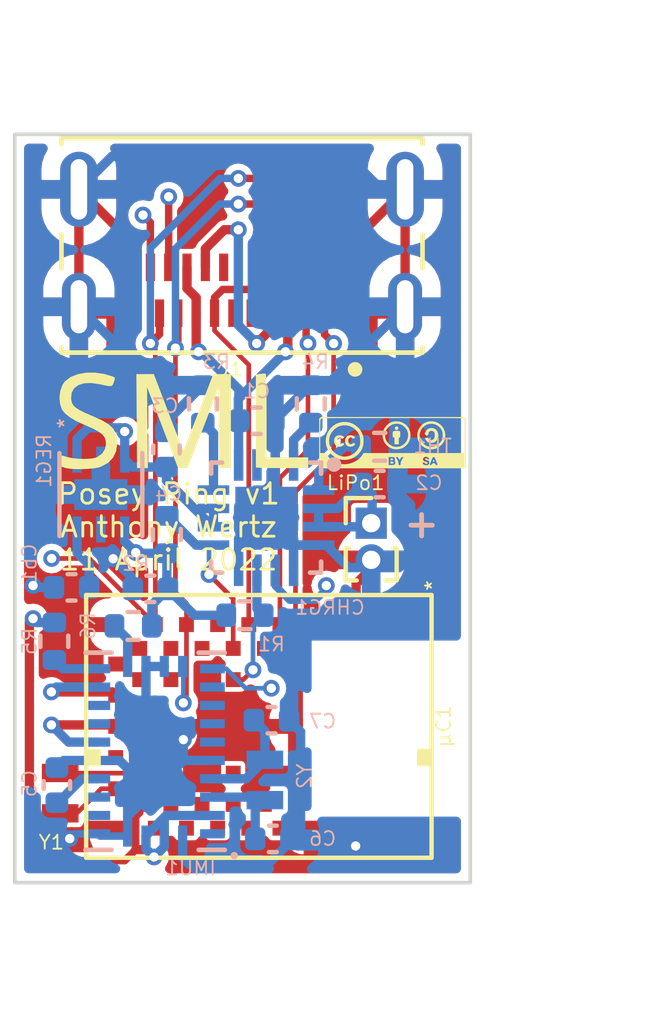
<source format=kicad_pcb>
(kicad_pcb (version 20211014) (generator pcbnew)
  (layers (0 "F.Cu" signal) (1 "In1.Cu" signal) (2 "In2.Cu" signal) (31 "B.Cu" signal) (34 "B.Paste" user) (35 "F.Paste" user) (36 "B.SilkS" user "B.Silkscreen") (37 "F.SilkS" user "F.Silkscreen") (38 "B.Mask" user) (39 "F.Mask" user) (44 "Edge.Cuts" user))
  (net 0 "")
  (net 1 "5V")
  (net 2 "GND")
  (net 3 "Net-(C3-Pad1)")
  (net 4 "3.3V")
  (net 5 "Net-(C5-Pad1)")
  (net 6 "Net-(C6-Pad1)")
  (net 7 "Net-(C7-Pad1)")
  (net 8 "Net-(CHRG1-Pad1)")
  (net 9 "Net-(CHRG1-Pad12)")
  (net 11 "I_CHG")
  (net 12 "IMU_nRESET")
  (net 13 "IMU_nINT")
  (net 14 "Net-(IMU1-Pad15)")
  (net 15 "Net-(IMU1-Pad16)")
  (net 16 "SCL")
  (net 17 "SDA")
  (net 20 "nPGOOD")
  (net 21 "nCHG")
  (net 23 "SWCLK")
  (net 24 "SWDIO")
  (net 26 "nRESET")
  (net 44 "VBAT")
  (net 45 "Net-(Cb1-Pad1)")
  (net 46 "Net-(Y1-Pad1)")
  (net 47 "Net-(Y1-Pad2)")
  (footprint "posey:XTAL_ECS-.327-9-16-TR" (layer "F.Cu") (at 125.04 86.76 90)
    (fp_text reference "Y1")
    (fp_text value "XTAL")
  )
  (footprint "posey:zgfx-sml-logo" (layer "F.Cu") (at 128.4 76.6)
    (fp_text reference "G***" hide)
    (fp_text value "LOGO" hide)
  )
  (footprint "posey:BMD-350-A-R" (layer "F.Cu") (at 130.46 84.94 -90)
    (fp_text reference "µC1")
    (fp_text value "uC BMD-350-A-R" hide)
  )
  (footprint "posey:zgfx-cc-by-sa" (layer "F.Cu") (at 134.1 77.2)
    (fp_text reference "G***" hide)
    (fp_text value "LOGO" hide)
  )
  (footprint "posey:TE_2305018-2_USBC_Recepticle" (layer "F.Cu") (at 130 70.3 180)
    (fp_text reference "J1")
    (fp_text value "USB-C Recp TE-2305018-2")
  )
  (footprint "Connector_PinHeader_1.00mm:PinHeader_1x02_P1.00mm_Vertical" (layer "F.Cu") (at 133.525 79.4)
    (fp_text reference "LiPo1")
    (fp_text value "LiPo")
  )
  (footprint "Capacitor_SMD:C_0402_1005Metric" (layer "B.Cu") (at 130.8044 84.7704)
    (fp_text reference "C7")
    (fp_text value "2.2p")
  )
  (footprint "Resistor_SMD:R_0402_1005Metric" (layer "B.Cu") (at 127.95 79.71 90)
    (fp_text reference "R2")
    (fp_text value "1k")
  )
  (footprint "posey:MIC5219-3.3YML-TR" (layer "B.Cu") (at 126.15 78.62 -90)
    (fp_text reference "REG1")
    (fp_text value "MIC5219-3.3YML-TR" hide)
  )
  (footprint "Capacitor_SMD:C_0402_1005Metric" (layer "B.Cu") (at 130.4036 76.6064)
    (fp_text reference "C1")
    (fp_text value "1µ")
  )
  (footprint "Capacitor_SMD:C_0402_1005Metric" (layer "B.Cu") (at 124.95 86.54 90)
    (fp_text reference "C5")
    (fp_text value "0.1µ")
  )
  (footprint "Capacitor_SMD:C_0402_1005Metric" (layer "B.Cu") (at 125.35 81.15 180)
    (fp_text reference "Cb1")
    (fp_text value "470p")
  )
  (footprint "Resistor_SMD:R_0402_1005Metric" (layer "B.Cu") (at 133.7564 77.3176)
    (fp_text reference "TH1")
    (fp_text value "NTC")
  )
  (footprint "Capacitor_SMD:C_0402_1005Metric" (layer "B.Cu") (at 133.7564 78.3336 180)
    (fp_text reference "C2")
    (fp_text value "4.7µ")
  )
  (footprint "Resistor_SMD:R_0402_1005Metric" (layer "B.Cu") (at 131.8768 76.1492 -90)
    (fp_text reference "R4")
    (fp_text value "1k")
  )
  (footprint "Resistor_SMD:R_0402_1005Metric" (layer "B.Cu") (at 124.88 82.62 90)
    (fp_text reference "R5")
    (fp_text value "1k")
  )
  (footprint "Capacitor_SMD:C_0402_1005Metric" (layer "B.Cu") (at 127.5 81.19 180)
    (fp_text reference "C4")
    (fp_text value "4.7µ")
  )
  (footprint "Resistor_SMD:R_0402_1005Metric" (layer "B.Cu") (at 128.9304 76.1492 -90)
    (fp_text reference "R3")
    (fp_text value "1k")
  )
  (footprint "Capacitor_SMD:C_0402_1005Metric" (layer "B.Cu") (at 127.94 77.39 90)
    (fp_text reference "C3")
    (fp_text value "4.7µ")
  )
  (footprint "Capacitor_SMD:C_0402_1005Metric" (layer "B.Cu") (at 130.8408 88.006)
    (fp_text reference "C6")
    (fp_text value "2.2p")
  )
  (footprint "posey:IC_BNO080" (layer "B.Cu") (at 127.630301 85.618396 90)
    (fp_text reference "IMU1")
    (fp_text value "BNO080")
  )
  (footprint "posey:XTAL_ECS-.327-9-16-TR" (layer "B.Cu") (at 130.6244 86.4004 -90)
    (fp_text reference "Y2")
    (fp_text value "XTAL")
  )
  (footprint "posey:QFN50P300X300X100-17N-noholes" (layer "B.Cu") (at 130.6576 79.248 180)
    (fp_text reference "CHRG1")
    (fp_text value "BQ24072RGTR")
  )
  (footprint "Resistor_SMD:R_0402_1005Metric" (layer "B.Cu") (at 127.03 82.2)
    (fp_text reference "R6")
    (fp_text value "1k")
  )
  (footprint "Resistor_SMD:R_0402_1005Metric" (layer "B.Cu") (at 130.08 81.91)
    (fp_text reference "R1")
    (fp_text value "1k")
  )
  (gr_rect (start 136.22766 68.8) (end 123.8 89.2) (layer "Edge.Cuts") (width 0.1) (fill none))
  (gr_text "+" (at 134.9 79.4) (layer "B.SilkS") (effects (font (size 0.762 0.762) (thickness 0.127)) (justify mirror)))
  (gr_text "+" (at 134.9 79.4) (layer "F.SilkS") (effects (font (size 0.762 0.762) (thickness 0.127))))
  (gr_text "Posey Ring v1\nAnthony Wertz\n11 April 2022" (at 128 79.5) (layer "F.SilkS") (effects (font (size 0.5588 0.5588) (thickness 0.0762))))
  (segment (start 128.75 74.664352) (end 128.813829 74.728181) (width 0.254) (layer "F.Cu") (net 1))
  (segment (start 128.75 73.675) (end 128.75 74.664352) (width 0.254) (layer "F.Cu") (net 1))
  (segment (start 131.5 72.425) (end 131.5 72.9) (width 0.254) (layer "F.Cu") (net 1))
  (segment (start 131.25 74.664352) (end 131.186171 74.728181) (width 0.254) (layer "F.Cu") (net 1))
  (segment (start 128.75 73.25) (end 128.5 73) (width 0.254) (layer "F.Cu") (net 1))
  (segment (start 131.25 73.675) (end 131.25 74.664352) (width 0.254) (layer "F.Cu") (net 1))
  (segment (start 128.5 73) (end 128.5 72.425) (width 0.254) (layer "F.Cu") (net 1))
  (segment (start 131.25 73.15) (end 131.25 73.675) (width 0.254) (layer "F.Cu") (net 1))
  (segment (start 128.75 73.675) (end 128.75 73.25) (width 0.254) (layer "F.Cu") (net 1))
  (segment (start 131.5 72.9) (end 131.25 73.15) (width 0.254) (layer "F.Cu") (net 1))
  (via (at 128.813829 74.728181) (size 0.4572) (drill 0.254) (layers "F.Cu" "B.Cu") (net 1))
  (via (at 131.186171 74.728181) (size 0.4572) (drill 0.254) (layers "F.Cu" "B.Cu") (net 1))
  (segment (start 129.9 76) (end 129.9 76.5828) (width 0.254) (layer "B.Cu") (net 1))
  (segment (start 131.186171 74.728181) (end 129.914352 76) (width 0.254) (layer "B.Cu") (net 1))
  (segment (start 128.813829 74.728181) (end 128.888831 74.728181) (width 0.254) (layer "B.Cu") (net 1))
  (segment (start 128.888831 74.728181) (end 129.914352 75.753702) (width 0.254) (layer "B.Cu") (net 1))
  (segment (start 129.9076 77.813) (end 129.9076 76.6224) (width 0.254) (layer "B.Cu") (net 1))
  (segment (start 129.914352 76) (end 129.9 76) (width 0.254) (layer "B.Cu") (net 1))
  (segment (start 129.9 76.5828) (end 129.9236 76.6064) (width 0.254) (layer "B.Cu") (net 1))
  (segment (start 129.914352 75.753702) (end 129.914352 76) (width 0.254) (layer "B.Cu") (net 1))
  (segment (start 129.9076 76.6224) (end 129.9236 76.6064) (width 0.254) (layer "B.Cu") (net 1))
  (segment (start 133.113001 82.164999) (end 131.884999 82.164999) (width 0.254) (layer "F.Cu") (net 2))
  (segment (start 125.7 87.9) (end 125.6 88) (width 0.2032) (layer "F.Cu") (net 2))
  (segment (start 128.060001 84.940001) (end 131.460001 84.940001) (width 0.254) (layer "F.Cu") (net 2))
  (segment (start 124.7 81.1) (end 124.3 81.1) (width 0.254) (layer "F.Cu") (net 2))
  (segment (start 127 71.75) (end 125.55 70.3) (width 0.254) (layer "F.Cu") (net 2))
  (segment (start 134.45 73.5) (end 133.725 73.5) (width 0.254) (layer "F.Cu") (net 2))
  (segment (start 128.060001 84.960001) (end 128.4013 85.3013) (width 0.254) (layer "F.Cu") (net 2))
  (segment (start 126.95 73.675) (end 126.95 72.475) (width 0.254) (layer "F.Cu") (net 2))
  (segment (start 127 72.425) (end 127 71.75) (width 0.254) (layer "F.Cu") (net 2))
  (segment (start 133.05 72.475) (end 133 72.425) (width 0.254) (layer "F.Cu") (net 2))
  (segment (start 126.555001 82.165) (end 125.765 82.165) (width 0.254) (layer "F.Cu") (net 2))
  (segment (start 133 72.425) (end 133 71.75) (width 0.254) (layer "F.Cu") (net 2))
  (segment (start 125.725 73.675) (end 125.55 73.5) (width 0.254) (layer "F.Cu") (net 2))
  (segment (start 133.113001 87.715001) (end 133.113001 88.186999) (width 0.254) (layer "F.Cu") (net 2))
  (segment (start 126.95 73.675) (end 126.45 73.675) (width 0.254) (layer "F.Cu") (net 2))
  (segment (start 133 71.75) (end 134.45 70.3) (width 0.254) (layer "F.Cu") (net 2))
  (segment (start 125.885 87.715) (end 125.7 87.9) (width 0.2032) (layer "F.Cu") (net 2))
  (segment (start 126.95 72.475) (end 127 72.425) (width 0.254) (layer "F.Cu") (net 2))
  (segment (start 133.113001 87.715001) (end 131.884999 87.715001) (width 0.254) (layer "F.Cu") (net 2))
  (segment (start 131.460001 83.665001) (end 131.460001 84.940001) (width 0.254) (layer "F.Cu") (net 2))
  (segment (start 125.765 82.165) (end 124.7 81.1) (width 0.254) (layer "F.Cu") (net 2))
  (segment (start 133.113001 81.048399) (end 133.5498 80.6116) (width 0.254) (layer "F.Cu") (net 2))
  (segment (start 133.725 73.5) (end 133.55 73.675) (width 0.254) (layer "F.Cu") (net 2))
  (segment (start 134.45 70.3) (end 134.45 73.5) (width 0.254) (layer "F.Cu") (net 2))
  (segment (start 134.333001 82.164999) (end 133.113001 82.164999) (width 0.254) (layer "F.Cu") (net 2))
  (segment (start 126.45 73.675) (end 125.725 73.675) (width 0.254) (layer "F.Cu") (net 2))
  (segment (start 126.555001 87.715) (end 125.885 87.715) (width 0.2032) (layer "F.Cu") (net 2))
  (segment (start 133.113001 88.186999) (end 133.1 88.2) (width 0.254) (layer "F.Cu") (net 2))
  (segment (start 134.333001 87.715001) (end 133.113001 87.715001) (width 0.254) (layer "F.Cu") (net 2))
  (segment (start 125.55 70.3) (end 125.55 73.5) (width 0.254) (layer "F.Cu") (net 2))
  (segment (start 133.05 73.675) (end 133.05 72.475) (width 0.254) (layer "F.Cu") (net 2))
  (segment (start 133.113001 82.164999) (end 133.113001 81.048399) (width 0.254) (layer "F.Cu") (net 2))
  (segment (start 125.6 88) (end 125.3 88) (width 0.2032) (layer "F.Cu") (net 2))
  (segment (start 133.55 73.675) (end 133.05 73.675) (width 0.254) (layer "F.Cu") (net 2))
  (segment (start 131.460001 84.940001) (end 131.460001 86.215001) (width 0.254) (layer "F.Cu") (net 2))
  (segment (start 128.060001 84.940001) (end 128.060001 84.960001) (width 0.254) (layer "F.Cu") (net 2))
  (via (at 133.1 88.2) (size 0.4572) (drill 0.254) (layers "F.Cu" "B.Cu") (net 2))
  (via (at 128.4013 85.3013) (size 0.4572) (drill 0.254) (layers "F.Cu" "B.Cu") (net 2))
  (via (at 126.485264 80.369775) (size 0.4572) (drill 0.254) (layers "F.Cu" "B.Cu") (net 2))
  (via (at 125.3 88) (size 0.4572) (drill 0.254) (layers "F.Cu" "B.Cu") (net 2))
  (via (at 124.3 81.1) (size 0.4572) (drill 0.254) (layers "F.Cu" "B.Cu") (net 2))
  (segment (start 130.9076 76.6304) (end 130.8836 76.6064) (width 0.254) (layer "B.Cu") (net 2))
  (segment (start 129.9076 80.683) (end 129.9076 79.998) (width 0.254) (layer "B.Cu") (net 2))
  (segment (start 134.2364 78.3336) (end 134.2364 78.5364) (width 0.254) (layer "B.Cu") (net 2))
  (segment (start 131.3208 88.006) (end 131.3208 88.0792) (width 0.254) (layer "B.Cu") (net 2))
  (segment (start 134.2364 77.3476) (end 134.2664 77.3176) (width 0.254) (layer "B.Cu") (net 2))
  (segment (start 130.9076 77.813) (end 130.9076 78.998) (width 0.254) (layer "B.Cu") (net 2))
  (segment (start 132.9 69.4) (end 126.45 69.4) (width 0.254) (layer "B.Cu") (net 2))
  (segment (start 131.8768 75.6392) (end 131.8508 75.6392) (width 0.254) (layer "B.Cu") (net 2))
  (segment (start 127.94 76.6296) (end 128.9304 75.6392) (width 0.254) (layer "B.Cu") (net 2))
  (segment (start 128.3803 88.5197) (end 128.3803 87.9309) (width 0.254) (layer "B.Cu") (net 2))
  (segment (start 124.35 81.15) (end 124.3 81.1) (width 0.254) (layer "B.Cu") (net 2))
  (segment (start 128.5606 88.7) (end 128.3803 88.5197) (width 0.254) (layer "B.Cu") (net 2))
  (segment (start 127.02 80.904511) (end 126.485264 80.369775) (width 0.254) (layer "B.Cu") (net 2))
  (segment (start 131.8768 75.6392) (end 132.3108 75.6392) (width 0.254) (layer "B.Cu") (net 2))
  (segment (start 134.2664 77.3176) (end 134.45 77.134) (width 0.254) (layer "B.Cu") (net 2))
  (segment (start 133.8 70.3) (end 132.9 69.4) (width 0.254) (layer "B.Cu") (net 2))
  (segment (start 134.2884 80.6116) (end 133.5498 80.6116) (width 0.254) (layer "B.Cu") (net 2))
  (segment (start 127.6892 75.6392) (end 125.55 73.5) (width 0.254) (layer "B.Cu") (net 2))
  (segment (start 124.92 78.62) (end 124.9 78.6) (width 0.254) (layer "B.Cu") (net 2))
  (segment (start 131.5148 88.2) (end 131.3208 88.006) (width 0.254) (layer "B.Cu") (net 2))
  (segment (start 126.0678 85.8684) (end 126.6593 85.8684) (width 0.254) (layer "B.Cu") (net 2))
  (segment (start 130.9076 77.813) (end 130.9076 76.6304) (width 0.254) (layer "B.Cu") (net 2))
  (segment (start 131.4076 79.998) (end 130.6576 79.248) (width 0.254) (layer "B.Cu") (net 2))
  (segment (start 128.9304 75.6392) (end 127.6892 75.6392) (width 0.254) (layer "B.Cu") (net 2))
  (segment (start 131.6 87.8) (end 131.6 85.086) (width 0.254) (layer "B.Cu") (net 2))
  (segment (start 126.8803 87.9309) (end 126.8803 87.3894) (width 0.254) (layer "B.Cu") (net 2))
  (segment (start 124.87 81.15) (end 124.35 81.15) (width 0.254) (layer "B.Cu") (net 2))
  (segment (start 126.6593 85.8684) (end 126.8803 86.0894) (width 0.254) (layer "B.Cu") (net 2))
  (segment (start 134.45 70.3) (end 133.8 70.3) (width 0.254) (layer "B.Cu") (net 2))
  (segment (start 134.6 78.9) (end 134.6 80.3) (width 0.254) (layer "B.Cu") (net 2))
  (segment (start 125.55 73.5) (end 125.55 76.15) (width 0.254) (layer "B.Cu") (net 2))
  (segment (start 134.6 80.3) (end 134.2884 80.6116) (width 0.254) (layer "B.Cu") (net 2))
  (segment (start 125.55 76.15) (end 124.9 76.8) (width 0.254) (layer "B.Cu") (net 2))
  (segment (start 126.1303 87.9309) (end 126.0678 87.8684) (width 0.2032) (layer "B.Cu") (net 2))
  (segment (start 132.298 79.998) (end 132.9116 80.6116) (width 0.254) (layer "B.Cu") (net 2))
  (segment (start 126.0678 87.8684) (end 125.4316 87.8684) (width 0.2032) (layer "B.Cu") (net 2))
  (segment (start 128.4013 85.8684) (end 128.4013 85.3013) (width 0.254) (layer "B.Cu") (net 2))
  (segment (start 126.45 69.4) (end 125.55 70.3) (width 0.254) (layer "B.Cu") (net 2))
  (segment (start 132.0926 79.998) (end 132.298 79.998) (width 0.254) (layer "B.Cu") (net 2))
  (segment (start 131.8508 75.6392) (end 130.8836 76.6064) (width 0.254) (layer "B.Cu") (net 2))
  (segment (start 132.0926 79.998) (end 131.4076 79.998) (width 0.254) (layer "B.Cu") (net 2))
  (segment (start 126.15 78.62) (end 124.92 78.62) (width 0.254) (layer "B.Cu") (net 2))
  (segment (start 127.3803 84.2803) (end 127.3803 83.3059) (width 0.254) (layer "B.Cu") (net 2))
  (segment (start 132.3108 75.6392) (end 134.45 73.5) (width 0.254) (layer "B.Cu") (net 2))
  (segment (start 124.9 76.8) (end 124.9 78.6) (width 0.254) (layer "B.Cu") (net 2))
  (segment (start 134.2364 78.5364) (end 134.6 78.9) (width 0.254) (layer "B.Cu") (net 2))
  (segment (start 126.15 77.6675) (end 126.15 78.62) (width 0.254) (layer "B.Cu") (net 2))
  (segment (start 126.0678 85.8684) (end 125.1416 85.8684) (width 0.254) (layer "B.Cu") (net 2))
  (segment (start 130.9076 78.998) (end 130.6576 79.248) (width 0.254) (layer "B.Cu") (net 2))
  (segment (start 131.3208 88.006) (end 131.394 88.006) (width 0.254) (layer "B.Cu") (net 2))
  (segment (start 134.45 77.134) (end 134.45 73.5) (width 0.254) (layer "B.Cu") (net 2))
  (segment (start 126.8803 87.9309) (end 126.1303 87.9309) (width 0.2032) (layer "B.Cu") (net 2))
  (segment (start 126.8803 86.0894) (end 126.8803 87.3894) (width 0.254) (layer "B.Cu") (net 2))
  (segment (start 128.4013 85.8684) (end 129.1928 85.8684) (width 0.254) (layer "B.Cu") (net 2))
  (segment (start 133.1 88.2) (end 131.5148 88.2) (width 0.254) (layer "B.Cu") (net 2))
  (segment (start 125.1416 85.8684) (end 124.95 86.06) (width 0.254) (layer "B.Cu") (net 2))
  (segment (start 126.8803 87.3894) (end 128.4013 85.8684) (width 0.254) (layer "B.Cu") (net 2))
  (segment (start 131.394 88.006) (end 131.6 87.8) (width 0.254) (layer "B.Cu") (net 2))
  (segment (start 127.94 76.91) (end 127.94 76.6296) (width 0.254) (layer "B.Cu") (net 2))
  (segment (start 130.7 88.7) (end 128.5606 88.7) (width 0.254) (layer "B.Cu") (net 2))
  (segment (start 131.3208 88.0792) (end 130.7 88.7) (width 0.254) (layer "B.Cu") (net 2))
  (segment (start 127.8803 83.3059) (end 127.3803 83.3059) (width 0.254) (layer "B.Cu") (net 2))
  (segment (start 132.9116 80.6116) (end 133.5498 80.6116) (width 0.254) (layer "B.Cu") (net 2))
  (segment (start 127.02 81.19) (end 127.02 80.904511) (width 0.254) (layer "B.Cu") (net 2))
  (segment (start 131.6 85.086) (end 131.2844 84.7704) (width 0.254) (layer "B.Cu") (net 2))
  (segment (start 131.4076 80.683) (end 131.4076 79.998) (width 0.254) (layer "B.Cu") (net 2))
  (segment (start 129.9076 79.998) (end 130.6576 79.248) (width 0.254) (layer "B.Cu") (net 2))
  (segment (start 125.4316 87.8684) (end 125.3 88) (width 0.2032) (layer "B.Cu") (net 2))
  (segment (start 134.2364 78.3336) (end 134.2364 77.3476) (width 0.254) (layer "B.Cu") (net 2))
  (segment (start 128.4013 85.3013) (end 127.3803 84.2803) (width 0.254) (layer "B.Cu") (net 2))
  (via (at 132.3 81.1) (size 0.4572) (drill 0.254) (layers "F.Cu" "B.Cu") (net 3))
  (via (at 126.799999 76.899999) (size 0.4572) (drill 0.254) (layers "F.Cu" "B.Cu") (net 3))
  (segment (start 131.3 81.5) (end 132 81.5) (width 0.2032) (layer "B.Cu") (net 3))
  (segment (start 128.698 78.998) (end 127.94 78.24) (width 0.254) (layer "B.Cu") (net 3))
  (segment (start 130.9076 81.1076) (end 131.3 81.5) (width 0.2032) (layer "B.Cu") (net 3))
  (segment (start 125.8 76.8) (end 126.7 76.8) (width 0.254) (layer "B.Cu") (net 3))
  (segment (start 127.002499 77.87) (end 126.799999 77.6675) (width 0.254) (layer "B.Cu") (net 3))
  (segment (start 132.3 81.2) (end 132.3 81.1) (width 0.2032) (layer "B.Cu") (net 3))
  (segment (start 129.2226 78.998) (end 128.698 78.998) (width 0.254) (layer "B.Cu") (net 3))
  (segment (start 127.94 78.24) (end 127.94 77.87) (width 0.254) (layer "B.Cu") (net 3))
  (segment (start 126.7 76.8) (end 126.799999 76.899999) (width 0.254) (layer "B.Cu") (net 3))
  (segment (start 126.799999 76.899999) (end 126.799999 77.6675) (width 0.254) (layer "B.Cu") (net 3))
  (segment (start 125.500001 77.6675) (end 125.500001 77.099999) (width 0.254) (layer "B.Cu") (net 3))
  (segment (start 129.2226 79.498) (end 129.2226 78.998) (width 0.254) (layer "B.Cu") (net 3))
  (segment (start 132 81.5) (end 132.3 81.2) (width 0.2032) (layer "B.Cu") (net 3))
  (segment (start 129.198 79.498) (end 128.698 78.998) (width 0.254) (layer "B.Cu") (net 3))
  (segment (start 127.94 77.87) (end 127.002499 77.87) (width 0.254) (layer "B.Cu") (net 3))
  (segment (start 130.9076 80.683) (end 130.9076 81.1076) (width 0.2032) (layer "B.Cu") (net 3))
  (segment (start 125.500001 77.099999) (end 125.8 76.8) (width 0.254) (layer "B.Cu") (net 3))
  (segment (start 129.2226 79.498) (end 129.198 79.498) (width 0.254) (layer "B.Cu") (net 3))
  (segment (start 130.75 74.15) (end 130.4 74.5) (width 0.254) (layer "F.Cu") (net 4))
  (segment (start 129 71.917978) (end 129.517978 71.4) (width 0.254) (layer "F.Cu") (net 4))
  (segment (start 129.517978 71.4) (end 129.9 71.4) (width 0.254) (layer "F.Cu") (net 4))
  (segment (start 127.4 88.3) (end 127.1 88.3) (width 0.254) (layer "F.Cu") (net 4))
  (segment (start 130.75 73.675) (end 130.75 74.15) (width 0.254) (layer "F.Cu") (net 4))
  (segment (start 127.210001 87.289999) (end 127.210001 87.065001) (width 0.2032) (layer "F.Cu") (net 4))
  (segment (start 124.2 83.7) (end 124.2 87.6) (width 0.254) (layer "F.Cu") (net 4))
  (segment (start 124.2 82.1) (end 124.2 83.7) (width 0.254) (layer "F.Cu") (net 4))
  (segment (start 127.1 87.4) (end 127.210001 87.289999) (width 0.2032) (layer "F.Cu") (net 4))
  (segment (start 124.2 87.6) (end 124.2 88) (width 0.2032) (layer "F.Cu") (net 4))
  (segment (start 124.2 88) (end 124.8 88.6) (width 0.2032) (layer "F.Cu") (net 4))
  (segment (start 124.3 82) (end 124.2 82.1) (width 0.254) (layer "F.Cu") (net 4))
  (segment (start 124.8 88.6) (end 126.8 88.6) (width 0.2032) (layer "F.Cu") (net 4))
  (segment (start 127.1 88.3) (end 127.1 87.4) (width 0.2032) (layer "F.Cu") (net 4))
  (segment (start 127.6 88.5) (end 127.4 88.3) (width 0.254) (layer "F.Cu") (net 4))
  (segment (start 129 72.425) (end 129 71.917978) (width 0.254) (layer "F.Cu") (net 4))
  (segment (start 126.8 88.6) (end 127.1 88.3) (width 0.2032) (layer "F.Cu") (net 4))
  (via (at 127.6 88.5) (size 0.4572) (drill 0.254) (layers "F.Cu" "B.Cu") (net 4))
  (via (at 127.1 80.2) (size 0.4572) (drill 0.254) (layers "F.Cu" "B.Cu") (net 4))
  (via (at 129.9 71.4) (size 0.4572) (drill 0.254) (layers "F.Cu" "B.Cu") (net 4))
  (via (at 130.4 74.5) (size 0.4572) (drill 0.254) (layers "F.Cu" "B.Cu") (net 4))
  (via (at 124.3 82) (size 0.4572) (drill 0.254) (layers "F.Cu" "B.Cu") (net 4))
  (segment (start 124.41 82.11) (end 124.3 82) (width 0.254) (layer "B.Cu") (net 4))
  (segment (start 127.8803 87.4197) (end 127.8803 87.9309) (width 0.254) (layer "B.Cu") (net 4))
  (segment (start 127.3803 87.9197) (end 127.9316 87.3684) (width 0.254) (layer "B.Cu") (net 4))
  (segment (start 126.799999 79.899999) (end 127.1 80.2) (width 0.254) (layer "B.Cu") (net 4))
  (segment (start 127.3803 87.9309) (end 127.3803 88.2803) (width 0.254) (layer "B.Cu") (net 4))
  (segment (start 126.799999 79.5725) (end 126.799999 79.899999) (width 0.254) (layer "B.Cu") (net 4))
  (segment (start 124.88 82.11) (end 124.41 82.11) (width 0.254) (layer "B.Cu") (net 4))
  (segment (start 129.57 81.91) (end 128.7 81.91) (width 0.254) (layer "B.Cu") (net 4))
  (segment (start 127.8803 88.2197) (end 127.6 88.5) (width 0.254) (layer "B.Cu") (net 4))
  (segment (start 127.3803 87.9309) (end 127.3803 87.9197) (width 0.254) (layer "B.Cu") (net 4))
  (segment (start 127.54 82.2) (end 127.54 81.63) (width 0.254) (layer "B.Cu") (net 4))
  (segment (start 128.7 81.91) (end 127.98 81.19) (width 0.254) (layer "B.Cu") (net 4))
  (segment (start 129.1928 87.3684) (end 127.9316 87.3684) (width 0.254) (layer "B.Cu") (net 4))
  (segment (start 130.4 74.5) (end 129.9 74) (width 0.254) (layer "B.Cu") (net 4))
  (segment (start 127.9316 87.3684) (end 127.8803 87.4197) (width 0.254) (layer "B.Cu") (net 4))
  (segment (start 127.95 81.16) (end 127.98 81.19) (width 0.254) (layer "B.Cu") (net 4))
  (segment (start 129.9 74) (end 129.9 71.4) (width 0.254) (layer "B.Cu") (net 4))
  (segment (start 127.54 81.63) (end 127.98 81.19) (width 0.254) (layer "B.Cu") (net 4))
  (segment (start 127.95 80.22) (end 127.95 81.16) (width 0.254) (layer "B.Cu") (net 4))
  (segment (start 127.95 80.22) (end 127.12 80.22) (width 0.254) (layer "B.Cu") (net 4))
  (segment (start 127.8803 87.9309) (end 127.8803 88.2197) (width 0.254) (layer "B.Cu") (net 4))
  (segment (start 127.3803 88.2803) (end 127.6 88.5) (width 0.254) (layer "B.Cu") (net 4))
  (segment (start 127.12 80.22) (end 127.1 80.2) (width 0.254) (layer "B.Cu") (net 4))
  (segment (start 124.98 87.02) (end 124.95 87.02) (width 0.254) (layer "B.Cu") (net 5))
  (segment (start 126.0678 86.3684) (end 125.6316 86.3684) (width 0.254) (layer "B.Cu") (net 5))
  (segment (start 125.6316 86.3684) (end 124.98 87.02) (width 0.254) (layer "B.Cu") (net 5))
  (segment (start 129.1928 86.8684) (end 130.5424 86.8684) (width 0.254) (layer "B.Cu") (net 6))
  (segment (start 130.3608 87.214) (end 130.6244 86.9504) (width 0.254) (layer "B.Cu") (net 6))
  (segment (start 130.5424 86.8684) (end 130.6244 86.9504) (width 0.254) (layer "B.Cu") (net 6))
  (segment (start 130.3608 88.006) (end 130.3608 87.214) (width 0.254) (layer "B.Cu") (net 6))
  (segment (start 130.6244 85.8504) (end 130.6244 85.0704) (width 0.254) (layer "B.Cu") (net 7))
  (segment (start 130.1064 86.3684) (end 130.6244 85.8504) (width 0.254) (layer "B.Cu") (net 7))
  (segment (start 130.6244 85.0704) (end 130.3244 84.7704) (width 0.254) (layer "B.Cu") (net 7))
  (segment (start 129.1928 86.3684) (end 130.1064 86.3684) (width 0.254) (layer "B.Cu") (net 7))
  (segment (start 133.2464 77.3176) (end 132.7824 77.3176) (width 0.254) (layer "B.Cu") (net 8))
  (segment (start 132.7824 77.3176) (end 132.0926 78.0074) (width 0.254) (layer "B.Cu") (net 8))
  (segment (start 132.0926 78.0074) (end 132.0926 78.498) (width 0.254) (layer "B.Cu") (net 8))
  (segment (start 129.2226 76.9514) (end 128.9304 76.6592) (width 0.254) (layer "B.Cu") (net 9))
  (segment (start 129.2226 78.498) (end 129.2226 76.9514) (width 0.254) (layer "B.Cu") (net 9))
  (segment (start 131.4076 77.1284) (end 131.8768 76.6592) (width 0.254) (layer "B.Cu") (net 11))
  (segment (start 131.4076 77.813) (end 131.4076 77.1284) (width 0.254) (layer "B.Cu") (net 11))
  (segment (start 124.8 84.9) (end 126.515001 84.9) (width 0.254) (layer "F.Cu") (net 12))
  (segment (start 126.515001 84.9) (end 126.555001 84.94) (width 0.254) (layer "F.Cu") (net 12))
  (via (at 124.8 84.9) (size 0.4572) (drill 0.254) (layers "F.Cu" "B.Cu") (net 12))
  (segment (start 126.0678 85.3684) (end 125.2684 85.3684) (width 0.254) (layer "B.Cu") (net 12))
  (segment (start 125.2684 85.3684) (end 124.8 84.9) (width 0.254) (layer "B.Cu") (net 12))
  (segment (start 124.8 84) (end 126.465002 84) (width 0.254) (layer "F.Cu") (net 13))
  (segment (start 126.465002 84) (end 126.555001 84.089999) (width 0.254) (layer "F.Cu") (net 13))
  (via (at 124.8 84) (size 0.4572) (drill 0.254) (layers "F.Cu" "B.Cu") (net 13))
  (segment (start 126.0678 83.8684) (end 124.9316 83.8684) (width 0.254) (layer "B.Cu") (net 13))
  (segment (start 124.9316 83.8684) (end 124.8 84) (width 0.254) (layer "B.Cu") (net 13))
  (segment (start 126.0678 83.3684) (end 125.1184 83.3684) (width 0.254) (layer "B.Cu") (net 14))
  (segment (start 125.1184 83.3684) (end 124.88 83.13) (width 0.254) (layer "B.Cu") (net 14))
  (segment (start 126.8803 82.5603) (end 126.52 82.2) (width 0.254) (layer "B.Cu") (net 15))
  (segment (start 126.8803 83.3059) (end 126.8803 82.5603) (width 0.254) (layer "B.Cu") (net 15))
  (segment (start 128.25 73.675) (end 128.25 74.56233) (width 0.2032) (layer "F.Cu") (net 16))
  (segment (start 128.484999 82.164999) (end 128.484999 84.215001) (width 0.127) (layer "F.Cu") (net 16))
  (segment (start 128.25 74.56233) (end 128.184272 74.628058) (width 0.2032) (layer "F.Cu") (net 16))
  (segment (start 132 72.425) (end 132 71.6) (width 0.2032) (layer "F.Cu") (net 16))
  (segment (start 128.484999 81.584999) (end 128.184272 81.284272) (width 0.127) (layer "F.Cu") (net 16))
  (segment (start 131.1 70.7) (end 129.9 70.7) (width 0.2032) (layer "F.Cu") (net 16))
  (segment (start 128.484999 82.164999) (end 128.484999 81.584999) (width 0.127) (layer "F.Cu") (net 16))
  (segment (start 128.184272 81.284272) (end 128.184272 74.628058) (width 0.127) (layer "F.Cu") (net 16))
  (segment (start 132 71.6) (end 131.1 70.7) (width 0.2032) (layer "F.Cu") (net 16))
  (segment (start 128.484999 84.215001) (end 128.4 84.3) (width 0.127) (layer "F.Cu") (net 16))
  (via (at 128.4 84.3) (size 0.4572) (drill 0.254) (layers "F.Cu" "B.Cu") (net 16))
  (via (at 129.9 70.7) (size 0.4572) (drill 0.254) (layers "F.Cu" "B.Cu") (net 16))
  (via (at 128.184272 74.628058) (size 0.4572) (drill 0.254) (layers "F.Cu" "B.Cu") (net 16))
  (segment (start 129.4 70.7) (end 129.9 70.7) (width 0.2032) (layer "B.Cu") (net 16))
  (segment (start 128.184272 71.915728) (end 129.4 70.7) (width 0.2032) (layer "B.Cu") (net 16))
  (segment (start 128.184272 74.628058) (end 128.184272 71.915728) (width 0.2032) (layer "B.Cu") (net 16))
  (segment (start 128.4 83.3256) (end 128.3803 83.3059) (width 0.127) (layer "B.Cu") (net 16))
  (segment (start 128.4 84.3) (end 128.4 83.3256) (width 0.127) (layer "B.Cu") (net 16))
  (segment (start 132.5 71.2) (end 132.5 72.425) (width 0.2032) (layer "F.Cu") (net 17))
  (segment (start 127.75 73.675) (end 127.75 74.25) (width 0.2032) (layer "F.Cu") (net 17))
  (segment (start 131.3 70) (end 132.5 71.2) (width 0.2032) (layer "F.Cu") (net 17))
  (segment (start 127.635001 82.164999) (end 125.83279 80.362788) (width 0.127) (layer "F.Cu") (net 17))
  (segment (start 127.75 74.25) (end 127.5 74.5) (width 0.2032) (layer "F.Cu") (net 17))
  (segment (start 125.83279 80.362788) (end 124.806747 80.362788) (width 0.127) (layer "F.Cu") (net 17))
  (segment (start 129.9 70) (end 131.3 70) (width 0.2032) (layer "F.Cu") (net 17))
  (segment (start 127.635001 74.635001) (end 127.5 74.5) (width 0.127) (layer "F.Cu") (net 17))
  (segment (start 127.635001 82.164999) (end 127.635001 74.635001) (width 0.127) (layer "F.Cu") (net 17))
  (via (at 130.8 83.9) (size 0.4572) (drill 0.254) (layers "F.Cu" "B.Cu") (net 17))
  (via (at 124.806747 80.362788) (size 0.4572) (drill 0.254) (layers "F.Cu" "B.Cu") (net 17))
  (via (at 127.5 74.5) (size 0.4572) (drill 0.254) (layers "F.Cu" "B.Cu") (net 17))
  (via (at 129.9 70) (size 0.4572) (drill 0.254) (layers "F.Cu" "B.Cu") (net 17))
  (segment (start 127.5 74.5) (end 127.5 71.9) (width 0.2032) (layer "B.Cu") (net 17))
  (segment (start 130.1 83.9) (end 130.8 83.9) (width 0.127) (layer "B.Cu") (net 17))
  (segment (start 129.192801 83.368396) (end 129.568396 83.368396) (width 0.127) (layer "B.Cu") (net 17))
  (segment (start 129.8 83.6) (end 130.1 83.9) (width 0.127) (layer "B.Cu") (net 17))
  (segment (start 127.5 71.9) (end 128.3 71.1) (width 0.2032) (layer "B.Cu") (net 17))
  (segment (start 128.3 71.1) (end 129.4 70) (width 0.2032) (layer "B.Cu") (net 17))
  (segment (start 129.568396 83.368396) (end 129.8 83.6) (width 0.127) (layer "B.Cu") (net 17))
  (segment (start 129.4 70) (end 129.9 70) (width 0.2032) (layer "B.Cu") (net 17))
  (segment (start 129.760001 83.665001) (end 130.034999 83.665001) (width 0.127) (layer "F.Cu") (net 20))
  (segment (start 130.034999 83.665001) (end 130.3 83.4) (width 0.127) (layer "F.Cu") (net 20))
  (via (at 130.3 83.4) (size 0.4572) (drill 0.254) (layers "F.Cu" "B.Cu") (net 20))
  (segment (start 130.4076 80.683) (end 130.4076 81.7276) (width 0.254) (layer "B.Cu") (net 20))
  (segment (start 130.4076 81.7276) (end 130.59 81.91) (width 0.254) (layer "B.Cu") (net 20))
  (segment (start 130.3 83.4) (end 130.3 82.2) (width 0.127) (layer "B.Cu") (net 20))
  (segment (start 130.3 82.2) (end 130.59 81.91) (width 0.127) (layer "B.Cu") (net 20))
  (segment (start 129.760001 81.460001) (end 129.1 80.8) (width 0.127) (layer "F.Cu") (net 21))
  (segment (start 129.760001 82.815001) (end 129.760001 81.460001) (width 0.127) (layer "F.Cu") (net 21))
  (via (at 129.1 80.8) (size 0.4572) (drill 0.254) (layers "F.Cu" "B.Cu") (net 21))
  (segment (start 129.2226 79.998) (end 128.748 79.998) (width 0.254) (layer "B.Cu") (net 21))
  (segment (start 128.748 79.998) (end 127.95 79.2) (width 0.254) (layer "B.Cu") (net 21))
  (segment (start 129.1 80.8) (end 129.1 80.1206) (width 0.127) (layer "B.Cu") (net 21))
  (segment (start 129.1 80.1206) (end 129.2226 79.998) (width 0.127) (layer "B.Cu") (net 21))
  (segment (start 127.5 71.2) (end 127.3 71) (width 0.2032) (layer "F.Cu") (net 23))
  (segment (start 132.25 73.675) (end 132.25 74.25) (width 0.2032) (layer "F.Cu") (net 23))
  (segment (start 131.460001 82.815001) (end 131.460001 78.539999) (width 0.127) (layer "F.Cu") (net 23))
  (segment (start 132.5 77.5) (end 132.5 74.5) (width 0.127) (layer "F.Cu") (net 23))
  (segment (start 127.5 72.425) (end 127.5 71.2) (width 0.2032) (layer "F.Cu") (net 23))
  (segment (start 131.460001 78.539999) (end 132.5 77.5) (width 0.127) (layer "F.Cu") (net 23))
  (segment (start 132.25 74.25) (end 132.5 74.5) (width 0.2032) (layer "F.Cu") (net 23))
  (via (at 132.5 74.5) (size 0.4572) (drill 0.254) (layers "F.Cu" "B.Cu") (net 23))
  (via (at 127.3 71) (size 0.4572) (drill 0.254) (layers "F.Cu" "B.Cu") (net 23))
  (segment (start 131.8 77.4) (end 131.8 74.5) (width 0.127) (layer "F.Cu") (net 24))
  (segment (start 131.75 73.675) (end 131.75 74.45) (width 0.2032) (layer "F.Cu") (net 24))
  (segment (start 131.034999 82.164999) (end 131.034999 78.165001) (width 0.127) (layer "F.Cu") (net 24))
  (segment (start 128 72.425) (end 128 70.5) (width 0.2032) (layer "F.Cu") (net 24))
  (segment (start 131.034999 78.165001) (end 131.8 77.4) (width 0.127) (layer "F.Cu") (net 24))
  (segment (start 131.75 74.45) (end 131.8 74.5) (width 0.2032) (layer "F.Cu") (net 24))
  (via (at 128 70.5) (size 0.4572) (drill 0.254) (layers "F.Cu" "B.Cu") (net 24))
  (via (at 131.8 74.5) (size 0.4572) (drill 0.254) (layers "F.Cu" "B.Cu") (net 24))
  (segment (start 130.853111 73.028111) (end 129.471889 73.028111) (width 0.2032) (layer "F.Cu") (net 26))
  (segment (start 129.25 74.15) (end 130.185001 75.085001) (width 0.127) (layer "F.Cu") (net 26))
  (segment (start 129.25 73.25) (end 129.25 73.675) (width 0.2032) (layer "F.Cu") (net 26))
  (segment (start 129.25 73.675) (end 129.25 74.15) (width 0.127) (layer "F.Cu") (net 26))
  (segment (start 130.185001 75.085001) (end 130.185001 82.164999) (width 0.127) (layer "F.Cu") (net 26))
  (segment (start 131 72.881222) (end 130.853111 73.028111) (width 0.2032) (layer "F.Cu") (net 26))
  (segment (start 129.471889 73.028111) (end 129.25 73.25) (width 0.2032) (layer "F.Cu") (net 26))
  (segment (start 131 72.425) (end 131 72.881222) (width 0.2032) (layer "F.Cu") (net 26))
  (segment (start 132.0926 79.498) (end 133.4362 79.498) (width 0.254) (layer "B.Cu") (net 44))
  (segment (start 132.0926 78.998) (end 132.612 78.998) (width 0.254) (layer "B.Cu") (net 44))
  (segment (start 133.5498 78.607) (end 133.2764 78.3336) (width 0.254) (layer "B.Cu") (net 44))
  (segment (start 132.612 78.998) (end 133.2764 78.3336) (width 0.254) (layer "B.Cu") (net 44))
  (segment (start 132.0926 78.998) (end 132.0926 79.498) (width 0.254) (layer "B.Cu") (net 44))
  (segment (start 133.4362 79.498) (end 133.5498 79.6116) (width 0.254) (layer "B.Cu") (net 44))
  (segment (start 133.5498 79.6116) (end 133.5498 78.607) (width 0.254) (layer "B.Cu") (net 44))
  (segment (start 125.83 80.53) (end 125.83 81.15) (width 0.254) (layer "B.Cu") (net 45))
  (segment (start 125.500001 79.5725) (end 125.500001 80.200001) (width 0.254) (layer "B.Cu") (net 45))
  (segment (start 125.500001 80.200001) (end 125.83 80.53) (width 0.254) (layer "B.Cu") (net 45))
  (segment (start 125.49 87.31) (end 125.04 87.31) (width 0.127) (layer "F.Cu") (net 46))
  (segment (start 126.160001 86.639999) (end 125.49 87.31) (width 0.127) (layer "F.Cu") (net 46))
  (segment (start 126.555001 86.639999) (end 126.160001 86.639999) (width 0.127) (layer "F.Cu") (net 46))
  (segment (start 125.045001 86.215001) (end 125.04 86.21) (width 0.127) (layer "F.Cu") (net 47))
  (segment (start 127.210001 86.215001) (end 125.045001 86.215001) (width 0.127) (layer "F.Cu") (net 47))
  (zone (net 2) (net_name "GND") (layers "F.Cu" "In1.Cu" "In2.Cu" "B.Cu") (connect_pads (clearance 0)) (min_thickness 0.254) (fill yes (thermal_gap 0.508) (thermal_bridge_width 0.508))
    (polygon (pts (xy 136.3 89.2) (xy 123.8 89.2) (xy 123.8 68.8) (xy 136.3 68.8)))
  )
  (zone (net 0) (net_name "") (layers "F.Cu" "In1.Cu" "In2.Cu" "B.Cu") (connect_pads (clearance 0)) (min_thickness 0.254)
    (keepout (tracks not_allowed) (vias not_allowed) (pads not_allowed) (copperpour not_allowed) (footprints allowed))
    (fill (thermal_gap 0.508) (thermal_bridge_width 0.508))
    (polygon (pts (xy 136.2 87.4) (xy 131.9 87.4) (xy 131.9 82.6) (xy 136.2 82.6)))
  )
)
</source>
